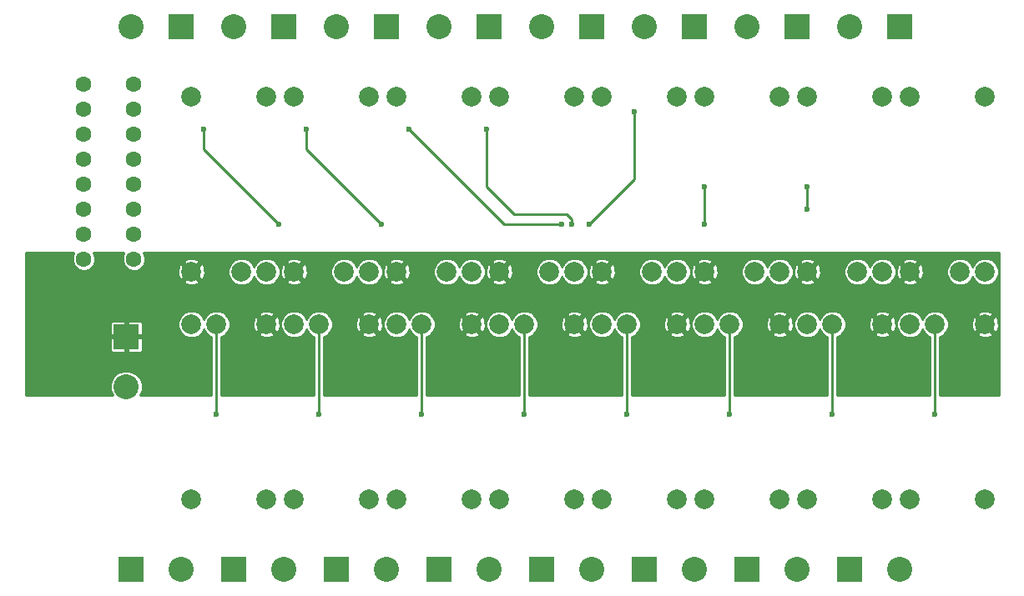
<source format=gbr>
G04 #@! TF.FileFunction,Copper,L1,Top,Signal*
%FSLAX46Y46*%
G04 Gerber Fmt 4.6, Leading zero omitted, Abs format (unit mm)*
G04 Created by KiCad (PCBNEW 4.0.0-stable) date 06.09.2016 12:35:27*
%MOMM*%
G01*
G04 APERTURE LIST*
%ADD10C,0.100000*%
%ADD11C,1.600000*%
%ADD12R,2.540000X2.540000*%
%ADD13C,2.540000*%
%ADD14C,2.000000*%
%ADD15C,0.600000*%
%ADD16C,0.250000*%
G04 APERTURE END LIST*
D10*
D11*
X41910000Y-42672000D03*
X36830000Y-42672000D03*
X41910000Y-45212000D03*
X36830000Y-45212000D03*
X36830000Y-40132000D03*
X41910000Y-40132000D03*
X36830000Y-47752000D03*
X41910000Y-47752000D03*
X36830000Y-50292000D03*
X36830000Y-52832000D03*
X36830000Y-55372000D03*
X36830000Y-57912000D03*
X41910000Y-50292000D03*
X41910000Y-52832000D03*
X41910000Y-55372000D03*
X41910000Y-57912000D03*
D12*
X41148000Y-65786000D03*
D13*
X41148000Y-70866000D03*
D12*
X119634000Y-34290000D03*
D13*
X114554000Y-34290000D03*
D12*
X114554000Y-89408000D03*
D13*
X119634000Y-89408000D03*
D12*
X109220000Y-34290000D03*
D13*
X104140000Y-34290000D03*
D12*
X104140000Y-89408000D03*
D13*
X109220000Y-89408000D03*
D12*
X98806000Y-34290000D03*
D13*
X93726000Y-34290000D03*
D12*
X93726000Y-89408000D03*
D13*
X98806000Y-89408000D03*
D12*
X88392000Y-34290000D03*
D13*
X83312000Y-34290000D03*
D12*
X83312000Y-89408000D03*
D13*
X88392000Y-89408000D03*
D14*
X120650000Y-59182000D03*
X125730000Y-59182000D03*
X128270000Y-59182000D03*
X120650000Y-41402000D03*
X128270000Y-41402000D03*
X128270000Y-64516000D03*
X123190000Y-64516000D03*
X120650000Y-64516000D03*
X128270000Y-82296000D03*
X120650000Y-82296000D03*
X110236000Y-59182000D03*
X115316000Y-59182000D03*
X117856000Y-59182000D03*
X110236000Y-41402000D03*
X117856000Y-41402000D03*
X117856000Y-64516000D03*
X112776000Y-64516000D03*
X110236000Y-64516000D03*
X117856000Y-82296000D03*
X110236000Y-82296000D03*
X99822000Y-59182000D03*
X104902000Y-59182000D03*
X107442000Y-59182000D03*
X99822000Y-41402000D03*
X107442000Y-41402000D03*
X107442000Y-64516000D03*
X102362000Y-64516000D03*
X99822000Y-64516000D03*
X107442000Y-82296000D03*
X99822000Y-82296000D03*
X89408000Y-59182000D03*
X94488000Y-59182000D03*
X97028000Y-59182000D03*
X89408000Y-41402000D03*
X97028000Y-41402000D03*
X97028000Y-64516000D03*
X91948000Y-64516000D03*
X89408000Y-64516000D03*
X97028000Y-82296000D03*
X89408000Y-82296000D03*
D12*
X77978000Y-34290000D03*
D13*
X72898000Y-34290000D03*
D12*
X72898000Y-89408000D03*
D13*
X77978000Y-89408000D03*
D12*
X67564000Y-34290000D03*
D13*
X62484000Y-34290000D03*
D12*
X62484000Y-89408000D03*
D13*
X67564000Y-89408000D03*
D12*
X57150000Y-34290000D03*
D13*
X52070000Y-34290000D03*
D12*
X52070000Y-89408000D03*
D13*
X57150000Y-89408000D03*
D12*
X46736000Y-34290000D03*
D13*
X41656000Y-34290000D03*
D12*
X41656000Y-89408000D03*
D13*
X46736000Y-89408000D03*
D14*
X78994000Y-59182000D03*
X84074000Y-59182000D03*
X86614000Y-59182000D03*
X78994000Y-41402000D03*
X86614000Y-41402000D03*
X86614000Y-64516000D03*
X81534000Y-64516000D03*
X78994000Y-64516000D03*
X86614000Y-82296000D03*
X78994000Y-82296000D03*
X68580000Y-59182000D03*
X73660000Y-59182000D03*
X76200000Y-59182000D03*
X68580000Y-41402000D03*
X76200000Y-41402000D03*
X76200000Y-64516000D03*
X71120000Y-64516000D03*
X68580000Y-64516000D03*
X76200000Y-82296000D03*
X68580000Y-82296000D03*
X58166000Y-59182000D03*
X63246000Y-59182000D03*
X65786000Y-59182000D03*
X58166000Y-41402000D03*
X65786000Y-41402000D03*
X65786000Y-64516000D03*
X60706000Y-64516000D03*
X58166000Y-64516000D03*
X65786000Y-82296000D03*
X58166000Y-82296000D03*
X47752000Y-59182000D03*
X52832000Y-59182000D03*
X55372000Y-59182000D03*
X47752000Y-41402000D03*
X55372000Y-41402000D03*
X55372000Y-64516000D03*
X50292000Y-64516000D03*
X47752000Y-64516000D03*
X55372000Y-82296000D03*
X47752000Y-82296000D03*
D15*
X123190000Y-73660000D03*
X110236000Y-52832000D03*
X110236000Y-50546000D03*
X112776000Y-73660000D03*
X99822000Y-50546000D03*
X99822000Y-54356000D03*
X102362000Y-73660000D03*
X92710000Y-42926000D03*
X88138000Y-54356000D03*
X91948000Y-73660000D03*
X86360000Y-54356000D03*
X77724000Y-44704000D03*
X81534000Y-73660000D03*
X69850000Y-44704000D03*
X85344000Y-54356000D03*
X71120000Y-73660000D03*
X67056000Y-54356000D03*
X59436000Y-44704000D03*
X60706000Y-73660000D03*
X56642000Y-54356000D03*
X49022000Y-44704000D03*
X50292000Y-73660000D03*
D16*
X123190000Y-73660000D02*
X123190000Y-64516000D01*
X110236000Y-50546000D02*
X110236000Y-52832000D01*
X112776000Y-73660000D02*
X112776000Y-64516000D01*
X99822000Y-50546000D02*
X99822000Y-54356000D01*
X102362000Y-73660000D02*
X102362000Y-64516000D01*
X92710000Y-49784000D02*
X92710000Y-42926000D01*
X88138000Y-54356000D02*
X92710000Y-49784000D01*
X91948000Y-73660000D02*
X91948000Y-64516000D01*
X80518000Y-53340000D02*
X77724000Y-50546000D01*
X86360000Y-54356000D02*
X86360000Y-53848000D01*
X86360000Y-53848000D02*
X85852000Y-53340000D01*
X85852000Y-53340000D02*
X80518000Y-53340000D01*
X77724000Y-50546000D02*
X77724000Y-44704000D01*
X81534000Y-73660000D02*
X81534000Y-64516000D01*
X69850000Y-44704000D02*
X79502000Y-54356000D01*
X85344000Y-54356000D02*
X79502000Y-54356000D01*
X71120000Y-73660000D02*
X71120000Y-64516000D01*
X67056000Y-54356000D02*
X59436000Y-46736000D01*
X59436000Y-46736000D02*
X59436000Y-44704000D01*
X60706000Y-73660000D02*
X60706000Y-64516000D01*
X54864000Y-52578000D02*
X49022000Y-46736000D01*
X56642000Y-54356000D02*
X54864000Y-52578000D01*
X49022000Y-46736000D02*
X49022000Y-44704000D01*
X50292000Y-73660000D02*
X50292000Y-64516000D01*
G36*
X35655204Y-57677253D02*
X35654796Y-58144697D01*
X35833302Y-58576715D01*
X36163547Y-58907536D01*
X36595253Y-59086796D01*
X37062697Y-59087204D01*
X37494715Y-58908698D01*
X37825536Y-58578453D01*
X38004796Y-58146747D01*
X38005204Y-57679303D01*
X37838150Y-57275000D01*
X40902234Y-57275000D01*
X40735204Y-57677253D01*
X40734796Y-58144697D01*
X40913302Y-58576715D01*
X41243547Y-58907536D01*
X41675253Y-59086796D01*
X42142697Y-59087204D01*
X42408022Y-58977574D01*
X46365047Y-58977574D01*
X46392392Y-59523899D01*
X46548853Y-59901629D01*
X46742816Y-60014408D01*
X47575223Y-59182000D01*
X47928777Y-59182000D01*
X48761184Y-60014408D01*
X48955147Y-59901629D01*
X49114736Y-59454305D01*
X51456762Y-59454305D01*
X51665652Y-59959857D01*
X52052108Y-60346989D01*
X52557296Y-60556761D01*
X53104305Y-60557238D01*
X53609857Y-60348348D01*
X53996989Y-59961892D01*
X54101999Y-59708999D01*
X54205652Y-59959857D01*
X54592108Y-60346989D01*
X55097296Y-60556761D01*
X55644305Y-60557238D01*
X56149857Y-60348348D01*
X56307295Y-60191184D01*
X57333592Y-60191184D01*
X57446371Y-60385147D01*
X57961574Y-60568953D01*
X58507899Y-60541608D01*
X58885629Y-60385147D01*
X58998408Y-60191184D01*
X58166000Y-59358777D01*
X57333592Y-60191184D01*
X56307295Y-60191184D01*
X56536989Y-59961892D01*
X56746761Y-59456704D01*
X56747178Y-58977574D01*
X56779047Y-58977574D01*
X56806392Y-59523899D01*
X56962853Y-59901629D01*
X57156816Y-60014408D01*
X57989223Y-59182000D01*
X58342777Y-59182000D01*
X59175184Y-60014408D01*
X59369147Y-59901629D01*
X59528736Y-59454305D01*
X61870762Y-59454305D01*
X62079652Y-59959857D01*
X62466108Y-60346989D01*
X62971296Y-60556761D01*
X63518305Y-60557238D01*
X64023857Y-60348348D01*
X64410989Y-59961892D01*
X64515999Y-59708999D01*
X64619652Y-59959857D01*
X65006108Y-60346989D01*
X65511296Y-60556761D01*
X66058305Y-60557238D01*
X66563857Y-60348348D01*
X66721295Y-60191184D01*
X67747592Y-60191184D01*
X67860371Y-60385147D01*
X68375574Y-60568953D01*
X68921899Y-60541608D01*
X69299629Y-60385147D01*
X69412408Y-60191184D01*
X68580000Y-59358777D01*
X67747592Y-60191184D01*
X66721295Y-60191184D01*
X66950989Y-59961892D01*
X67160761Y-59456704D01*
X67161178Y-58977574D01*
X67193047Y-58977574D01*
X67220392Y-59523899D01*
X67376853Y-59901629D01*
X67570816Y-60014408D01*
X68403223Y-59182000D01*
X68756777Y-59182000D01*
X69589184Y-60014408D01*
X69783147Y-59901629D01*
X69942736Y-59454305D01*
X72284762Y-59454305D01*
X72493652Y-59959857D01*
X72880108Y-60346989D01*
X73385296Y-60556761D01*
X73932305Y-60557238D01*
X74437857Y-60348348D01*
X74824989Y-59961892D01*
X74929999Y-59708999D01*
X75033652Y-59959857D01*
X75420108Y-60346989D01*
X75925296Y-60556761D01*
X76472305Y-60557238D01*
X76977857Y-60348348D01*
X77135295Y-60191184D01*
X78161592Y-60191184D01*
X78274371Y-60385147D01*
X78789574Y-60568953D01*
X79335899Y-60541608D01*
X79713629Y-60385147D01*
X79826408Y-60191184D01*
X78994000Y-59358777D01*
X78161592Y-60191184D01*
X77135295Y-60191184D01*
X77364989Y-59961892D01*
X77574761Y-59456704D01*
X77575178Y-58977574D01*
X77607047Y-58977574D01*
X77634392Y-59523899D01*
X77790853Y-59901629D01*
X77984816Y-60014408D01*
X78817223Y-59182000D01*
X79170777Y-59182000D01*
X80003184Y-60014408D01*
X80197147Y-59901629D01*
X80356736Y-59454305D01*
X82698762Y-59454305D01*
X82907652Y-59959857D01*
X83294108Y-60346989D01*
X83799296Y-60556761D01*
X84346305Y-60557238D01*
X84851857Y-60348348D01*
X85238989Y-59961892D01*
X85343999Y-59708999D01*
X85447652Y-59959857D01*
X85834108Y-60346989D01*
X86339296Y-60556761D01*
X86886305Y-60557238D01*
X87391857Y-60348348D01*
X87549295Y-60191184D01*
X88575592Y-60191184D01*
X88688371Y-60385147D01*
X89203574Y-60568953D01*
X89749899Y-60541608D01*
X90127629Y-60385147D01*
X90240408Y-60191184D01*
X89408000Y-59358777D01*
X88575592Y-60191184D01*
X87549295Y-60191184D01*
X87778989Y-59961892D01*
X87988761Y-59456704D01*
X87989178Y-58977574D01*
X88021047Y-58977574D01*
X88048392Y-59523899D01*
X88204853Y-59901629D01*
X88398816Y-60014408D01*
X89231223Y-59182000D01*
X89584777Y-59182000D01*
X90417184Y-60014408D01*
X90611147Y-59901629D01*
X90770736Y-59454305D01*
X93112762Y-59454305D01*
X93321652Y-59959857D01*
X93708108Y-60346989D01*
X94213296Y-60556761D01*
X94760305Y-60557238D01*
X95265857Y-60348348D01*
X95652989Y-59961892D01*
X95757999Y-59708999D01*
X95861652Y-59959857D01*
X96248108Y-60346989D01*
X96753296Y-60556761D01*
X97300305Y-60557238D01*
X97805857Y-60348348D01*
X97963295Y-60191184D01*
X98989592Y-60191184D01*
X99102371Y-60385147D01*
X99617574Y-60568953D01*
X100163899Y-60541608D01*
X100541629Y-60385147D01*
X100654408Y-60191184D01*
X99822000Y-59358777D01*
X98989592Y-60191184D01*
X97963295Y-60191184D01*
X98192989Y-59961892D01*
X98402761Y-59456704D01*
X98403178Y-58977574D01*
X98435047Y-58977574D01*
X98462392Y-59523899D01*
X98618853Y-59901629D01*
X98812816Y-60014408D01*
X99645223Y-59182000D01*
X99998777Y-59182000D01*
X100831184Y-60014408D01*
X101025147Y-59901629D01*
X101184736Y-59454305D01*
X103526762Y-59454305D01*
X103735652Y-59959857D01*
X104122108Y-60346989D01*
X104627296Y-60556761D01*
X105174305Y-60557238D01*
X105679857Y-60348348D01*
X106066989Y-59961892D01*
X106171999Y-59708999D01*
X106275652Y-59959857D01*
X106662108Y-60346989D01*
X107167296Y-60556761D01*
X107714305Y-60557238D01*
X108219857Y-60348348D01*
X108377295Y-60191184D01*
X109403592Y-60191184D01*
X109516371Y-60385147D01*
X110031574Y-60568953D01*
X110577899Y-60541608D01*
X110955629Y-60385147D01*
X111068408Y-60191184D01*
X110236000Y-59358777D01*
X109403592Y-60191184D01*
X108377295Y-60191184D01*
X108606989Y-59961892D01*
X108816761Y-59456704D01*
X108817178Y-58977574D01*
X108849047Y-58977574D01*
X108876392Y-59523899D01*
X109032853Y-59901629D01*
X109226816Y-60014408D01*
X110059223Y-59182000D01*
X110412777Y-59182000D01*
X111245184Y-60014408D01*
X111439147Y-59901629D01*
X111598736Y-59454305D01*
X113940762Y-59454305D01*
X114149652Y-59959857D01*
X114536108Y-60346989D01*
X115041296Y-60556761D01*
X115588305Y-60557238D01*
X116093857Y-60348348D01*
X116480989Y-59961892D01*
X116585999Y-59708999D01*
X116689652Y-59959857D01*
X117076108Y-60346989D01*
X117581296Y-60556761D01*
X118128305Y-60557238D01*
X118633857Y-60348348D01*
X118791295Y-60191184D01*
X119817592Y-60191184D01*
X119930371Y-60385147D01*
X120445574Y-60568953D01*
X120991899Y-60541608D01*
X121369629Y-60385147D01*
X121482408Y-60191184D01*
X120650000Y-59358777D01*
X119817592Y-60191184D01*
X118791295Y-60191184D01*
X119020989Y-59961892D01*
X119230761Y-59456704D01*
X119231178Y-58977574D01*
X119263047Y-58977574D01*
X119290392Y-59523899D01*
X119446853Y-59901629D01*
X119640816Y-60014408D01*
X120473223Y-59182000D01*
X120826777Y-59182000D01*
X121659184Y-60014408D01*
X121853147Y-59901629D01*
X122012736Y-59454305D01*
X124354762Y-59454305D01*
X124563652Y-59959857D01*
X124950108Y-60346989D01*
X125455296Y-60556761D01*
X126002305Y-60557238D01*
X126507857Y-60348348D01*
X126894989Y-59961892D01*
X126999999Y-59708999D01*
X127103652Y-59959857D01*
X127490108Y-60346989D01*
X127995296Y-60556761D01*
X128542305Y-60557238D01*
X129047857Y-60348348D01*
X129434989Y-59961892D01*
X129644761Y-59456704D01*
X129645238Y-58909695D01*
X129436348Y-58404143D01*
X129049892Y-58017011D01*
X128544704Y-57807239D01*
X127997695Y-57806762D01*
X127492143Y-58015652D01*
X127105011Y-58402108D01*
X127000001Y-58655001D01*
X126896348Y-58404143D01*
X126509892Y-58017011D01*
X126004704Y-57807239D01*
X125457695Y-57806762D01*
X124952143Y-58015652D01*
X124565011Y-58402108D01*
X124355239Y-58907296D01*
X124354762Y-59454305D01*
X122012736Y-59454305D01*
X122036953Y-59386426D01*
X122009608Y-58840101D01*
X121853147Y-58462371D01*
X121659184Y-58349592D01*
X120826777Y-59182000D01*
X120473223Y-59182000D01*
X119640816Y-58349592D01*
X119446853Y-58462371D01*
X119263047Y-58977574D01*
X119231178Y-58977574D01*
X119231238Y-58909695D01*
X119022348Y-58404143D01*
X118791425Y-58172816D01*
X119817592Y-58172816D01*
X120650000Y-59005223D01*
X121482408Y-58172816D01*
X121369629Y-57978853D01*
X120854426Y-57795047D01*
X120308101Y-57822392D01*
X119930371Y-57978853D01*
X119817592Y-58172816D01*
X118791425Y-58172816D01*
X118635892Y-58017011D01*
X118130704Y-57807239D01*
X117583695Y-57806762D01*
X117078143Y-58015652D01*
X116691011Y-58402108D01*
X116586001Y-58655001D01*
X116482348Y-58404143D01*
X116095892Y-58017011D01*
X115590704Y-57807239D01*
X115043695Y-57806762D01*
X114538143Y-58015652D01*
X114151011Y-58402108D01*
X113941239Y-58907296D01*
X113940762Y-59454305D01*
X111598736Y-59454305D01*
X111622953Y-59386426D01*
X111595608Y-58840101D01*
X111439147Y-58462371D01*
X111245184Y-58349592D01*
X110412777Y-59182000D01*
X110059223Y-59182000D01*
X109226816Y-58349592D01*
X109032853Y-58462371D01*
X108849047Y-58977574D01*
X108817178Y-58977574D01*
X108817238Y-58909695D01*
X108608348Y-58404143D01*
X108377425Y-58172816D01*
X109403592Y-58172816D01*
X110236000Y-59005223D01*
X111068408Y-58172816D01*
X110955629Y-57978853D01*
X110440426Y-57795047D01*
X109894101Y-57822392D01*
X109516371Y-57978853D01*
X109403592Y-58172816D01*
X108377425Y-58172816D01*
X108221892Y-58017011D01*
X107716704Y-57807239D01*
X107169695Y-57806762D01*
X106664143Y-58015652D01*
X106277011Y-58402108D01*
X106172001Y-58655001D01*
X106068348Y-58404143D01*
X105681892Y-58017011D01*
X105176704Y-57807239D01*
X104629695Y-57806762D01*
X104124143Y-58015652D01*
X103737011Y-58402108D01*
X103527239Y-58907296D01*
X103526762Y-59454305D01*
X101184736Y-59454305D01*
X101208953Y-59386426D01*
X101181608Y-58840101D01*
X101025147Y-58462371D01*
X100831184Y-58349592D01*
X99998777Y-59182000D01*
X99645223Y-59182000D01*
X98812816Y-58349592D01*
X98618853Y-58462371D01*
X98435047Y-58977574D01*
X98403178Y-58977574D01*
X98403238Y-58909695D01*
X98194348Y-58404143D01*
X97963425Y-58172816D01*
X98989592Y-58172816D01*
X99822000Y-59005223D01*
X100654408Y-58172816D01*
X100541629Y-57978853D01*
X100026426Y-57795047D01*
X99480101Y-57822392D01*
X99102371Y-57978853D01*
X98989592Y-58172816D01*
X97963425Y-58172816D01*
X97807892Y-58017011D01*
X97302704Y-57807239D01*
X96755695Y-57806762D01*
X96250143Y-58015652D01*
X95863011Y-58402108D01*
X95758001Y-58655001D01*
X95654348Y-58404143D01*
X95267892Y-58017011D01*
X94762704Y-57807239D01*
X94215695Y-57806762D01*
X93710143Y-58015652D01*
X93323011Y-58402108D01*
X93113239Y-58907296D01*
X93112762Y-59454305D01*
X90770736Y-59454305D01*
X90794953Y-59386426D01*
X90767608Y-58840101D01*
X90611147Y-58462371D01*
X90417184Y-58349592D01*
X89584777Y-59182000D01*
X89231223Y-59182000D01*
X88398816Y-58349592D01*
X88204853Y-58462371D01*
X88021047Y-58977574D01*
X87989178Y-58977574D01*
X87989238Y-58909695D01*
X87780348Y-58404143D01*
X87549425Y-58172816D01*
X88575592Y-58172816D01*
X89408000Y-59005223D01*
X90240408Y-58172816D01*
X90127629Y-57978853D01*
X89612426Y-57795047D01*
X89066101Y-57822392D01*
X88688371Y-57978853D01*
X88575592Y-58172816D01*
X87549425Y-58172816D01*
X87393892Y-58017011D01*
X86888704Y-57807239D01*
X86341695Y-57806762D01*
X85836143Y-58015652D01*
X85449011Y-58402108D01*
X85344001Y-58655001D01*
X85240348Y-58404143D01*
X84853892Y-58017011D01*
X84348704Y-57807239D01*
X83801695Y-57806762D01*
X83296143Y-58015652D01*
X82909011Y-58402108D01*
X82699239Y-58907296D01*
X82698762Y-59454305D01*
X80356736Y-59454305D01*
X80380953Y-59386426D01*
X80353608Y-58840101D01*
X80197147Y-58462371D01*
X80003184Y-58349592D01*
X79170777Y-59182000D01*
X78817223Y-59182000D01*
X77984816Y-58349592D01*
X77790853Y-58462371D01*
X77607047Y-58977574D01*
X77575178Y-58977574D01*
X77575238Y-58909695D01*
X77366348Y-58404143D01*
X77135425Y-58172816D01*
X78161592Y-58172816D01*
X78994000Y-59005223D01*
X79826408Y-58172816D01*
X79713629Y-57978853D01*
X79198426Y-57795047D01*
X78652101Y-57822392D01*
X78274371Y-57978853D01*
X78161592Y-58172816D01*
X77135425Y-58172816D01*
X76979892Y-58017011D01*
X76474704Y-57807239D01*
X75927695Y-57806762D01*
X75422143Y-58015652D01*
X75035011Y-58402108D01*
X74930001Y-58655001D01*
X74826348Y-58404143D01*
X74439892Y-58017011D01*
X73934704Y-57807239D01*
X73387695Y-57806762D01*
X72882143Y-58015652D01*
X72495011Y-58402108D01*
X72285239Y-58907296D01*
X72284762Y-59454305D01*
X69942736Y-59454305D01*
X69966953Y-59386426D01*
X69939608Y-58840101D01*
X69783147Y-58462371D01*
X69589184Y-58349592D01*
X68756777Y-59182000D01*
X68403223Y-59182000D01*
X67570816Y-58349592D01*
X67376853Y-58462371D01*
X67193047Y-58977574D01*
X67161178Y-58977574D01*
X67161238Y-58909695D01*
X66952348Y-58404143D01*
X66721425Y-58172816D01*
X67747592Y-58172816D01*
X68580000Y-59005223D01*
X69412408Y-58172816D01*
X69299629Y-57978853D01*
X68784426Y-57795047D01*
X68238101Y-57822392D01*
X67860371Y-57978853D01*
X67747592Y-58172816D01*
X66721425Y-58172816D01*
X66565892Y-58017011D01*
X66060704Y-57807239D01*
X65513695Y-57806762D01*
X65008143Y-58015652D01*
X64621011Y-58402108D01*
X64516001Y-58655001D01*
X64412348Y-58404143D01*
X64025892Y-58017011D01*
X63520704Y-57807239D01*
X62973695Y-57806762D01*
X62468143Y-58015652D01*
X62081011Y-58402108D01*
X61871239Y-58907296D01*
X61870762Y-59454305D01*
X59528736Y-59454305D01*
X59552953Y-59386426D01*
X59525608Y-58840101D01*
X59369147Y-58462371D01*
X59175184Y-58349592D01*
X58342777Y-59182000D01*
X57989223Y-59182000D01*
X57156816Y-58349592D01*
X56962853Y-58462371D01*
X56779047Y-58977574D01*
X56747178Y-58977574D01*
X56747238Y-58909695D01*
X56538348Y-58404143D01*
X56307425Y-58172816D01*
X57333592Y-58172816D01*
X58166000Y-59005223D01*
X58998408Y-58172816D01*
X58885629Y-57978853D01*
X58370426Y-57795047D01*
X57824101Y-57822392D01*
X57446371Y-57978853D01*
X57333592Y-58172816D01*
X56307425Y-58172816D01*
X56151892Y-58017011D01*
X55646704Y-57807239D01*
X55099695Y-57806762D01*
X54594143Y-58015652D01*
X54207011Y-58402108D01*
X54102001Y-58655001D01*
X53998348Y-58404143D01*
X53611892Y-58017011D01*
X53106704Y-57807239D01*
X52559695Y-57806762D01*
X52054143Y-58015652D01*
X51667011Y-58402108D01*
X51457239Y-58907296D01*
X51456762Y-59454305D01*
X49114736Y-59454305D01*
X49138953Y-59386426D01*
X49111608Y-58840101D01*
X48955147Y-58462371D01*
X48761184Y-58349592D01*
X47928777Y-59182000D01*
X47575223Y-59182000D01*
X46742816Y-58349592D01*
X46548853Y-58462371D01*
X46365047Y-58977574D01*
X42408022Y-58977574D01*
X42574715Y-58908698D01*
X42905536Y-58578453D01*
X43073971Y-58172816D01*
X46919592Y-58172816D01*
X47752000Y-59005223D01*
X48584408Y-58172816D01*
X48471629Y-57978853D01*
X47956426Y-57795047D01*
X47410101Y-57822392D01*
X47032371Y-57978853D01*
X46919592Y-58172816D01*
X43073971Y-58172816D01*
X43084796Y-58146747D01*
X43085204Y-57679303D01*
X42918150Y-57275000D01*
X129669000Y-57275000D01*
X129669000Y-71757000D01*
X123690000Y-71757000D01*
X123690000Y-65797156D01*
X123967857Y-65682348D01*
X124125295Y-65525184D01*
X127437592Y-65525184D01*
X127550371Y-65719147D01*
X128065574Y-65902953D01*
X128611899Y-65875608D01*
X128989629Y-65719147D01*
X129102408Y-65525184D01*
X128270000Y-64692777D01*
X127437592Y-65525184D01*
X124125295Y-65525184D01*
X124354989Y-65295892D01*
X124564761Y-64790704D01*
X124565178Y-64311574D01*
X126883047Y-64311574D01*
X126910392Y-64857899D01*
X127066853Y-65235629D01*
X127260816Y-65348408D01*
X128093223Y-64516000D01*
X128446777Y-64516000D01*
X129279184Y-65348408D01*
X129473147Y-65235629D01*
X129656953Y-64720426D01*
X129629608Y-64174101D01*
X129473147Y-63796371D01*
X129279184Y-63683592D01*
X128446777Y-64516000D01*
X128093223Y-64516000D01*
X127260816Y-63683592D01*
X127066853Y-63796371D01*
X126883047Y-64311574D01*
X124565178Y-64311574D01*
X124565238Y-64243695D01*
X124356348Y-63738143D01*
X124125425Y-63506816D01*
X127437592Y-63506816D01*
X128270000Y-64339223D01*
X129102408Y-63506816D01*
X128989629Y-63312853D01*
X128474426Y-63129047D01*
X127928101Y-63156392D01*
X127550371Y-63312853D01*
X127437592Y-63506816D01*
X124125425Y-63506816D01*
X123969892Y-63351011D01*
X123464704Y-63141239D01*
X122917695Y-63140762D01*
X122412143Y-63349652D01*
X122025011Y-63736108D01*
X121920001Y-63989001D01*
X121816348Y-63738143D01*
X121429892Y-63351011D01*
X120924704Y-63141239D01*
X120377695Y-63140762D01*
X119872143Y-63349652D01*
X119485011Y-63736108D01*
X119275239Y-64241296D01*
X119274762Y-64788305D01*
X119483652Y-65293857D01*
X119870108Y-65680989D01*
X120375296Y-65890761D01*
X120922305Y-65891238D01*
X121427857Y-65682348D01*
X121814989Y-65295892D01*
X121919999Y-65042999D01*
X122023652Y-65293857D01*
X122410108Y-65680989D01*
X122690000Y-65797210D01*
X122690000Y-71757000D01*
X113276000Y-71757000D01*
X113276000Y-65797156D01*
X113553857Y-65682348D01*
X113711295Y-65525184D01*
X117023592Y-65525184D01*
X117136371Y-65719147D01*
X117651574Y-65902953D01*
X118197899Y-65875608D01*
X118575629Y-65719147D01*
X118688408Y-65525184D01*
X117856000Y-64692777D01*
X117023592Y-65525184D01*
X113711295Y-65525184D01*
X113940989Y-65295892D01*
X114150761Y-64790704D01*
X114151178Y-64311574D01*
X116469047Y-64311574D01*
X116496392Y-64857899D01*
X116652853Y-65235629D01*
X116846816Y-65348408D01*
X117679223Y-64516000D01*
X118032777Y-64516000D01*
X118865184Y-65348408D01*
X119059147Y-65235629D01*
X119242953Y-64720426D01*
X119215608Y-64174101D01*
X119059147Y-63796371D01*
X118865184Y-63683592D01*
X118032777Y-64516000D01*
X117679223Y-64516000D01*
X116846816Y-63683592D01*
X116652853Y-63796371D01*
X116469047Y-64311574D01*
X114151178Y-64311574D01*
X114151238Y-64243695D01*
X113942348Y-63738143D01*
X113711425Y-63506816D01*
X117023592Y-63506816D01*
X117856000Y-64339223D01*
X118688408Y-63506816D01*
X118575629Y-63312853D01*
X118060426Y-63129047D01*
X117514101Y-63156392D01*
X117136371Y-63312853D01*
X117023592Y-63506816D01*
X113711425Y-63506816D01*
X113555892Y-63351011D01*
X113050704Y-63141239D01*
X112503695Y-63140762D01*
X111998143Y-63349652D01*
X111611011Y-63736108D01*
X111506001Y-63989001D01*
X111402348Y-63738143D01*
X111015892Y-63351011D01*
X110510704Y-63141239D01*
X109963695Y-63140762D01*
X109458143Y-63349652D01*
X109071011Y-63736108D01*
X108861239Y-64241296D01*
X108860762Y-64788305D01*
X109069652Y-65293857D01*
X109456108Y-65680989D01*
X109961296Y-65890761D01*
X110508305Y-65891238D01*
X111013857Y-65682348D01*
X111400989Y-65295892D01*
X111505999Y-65042999D01*
X111609652Y-65293857D01*
X111996108Y-65680989D01*
X112276000Y-65797210D01*
X112276000Y-71757000D01*
X102862000Y-71757000D01*
X102862000Y-65797156D01*
X103139857Y-65682348D01*
X103297295Y-65525184D01*
X106609592Y-65525184D01*
X106722371Y-65719147D01*
X107237574Y-65902953D01*
X107783899Y-65875608D01*
X108161629Y-65719147D01*
X108274408Y-65525184D01*
X107442000Y-64692777D01*
X106609592Y-65525184D01*
X103297295Y-65525184D01*
X103526989Y-65295892D01*
X103736761Y-64790704D01*
X103737178Y-64311574D01*
X106055047Y-64311574D01*
X106082392Y-64857899D01*
X106238853Y-65235629D01*
X106432816Y-65348408D01*
X107265223Y-64516000D01*
X107618777Y-64516000D01*
X108451184Y-65348408D01*
X108645147Y-65235629D01*
X108828953Y-64720426D01*
X108801608Y-64174101D01*
X108645147Y-63796371D01*
X108451184Y-63683592D01*
X107618777Y-64516000D01*
X107265223Y-64516000D01*
X106432816Y-63683592D01*
X106238853Y-63796371D01*
X106055047Y-64311574D01*
X103737178Y-64311574D01*
X103737238Y-64243695D01*
X103528348Y-63738143D01*
X103297425Y-63506816D01*
X106609592Y-63506816D01*
X107442000Y-64339223D01*
X108274408Y-63506816D01*
X108161629Y-63312853D01*
X107646426Y-63129047D01*
X107100101Y-63156392D01*
X106722371Y-63312853D01*
X106609592Y-63506816D01*
X103297425Y-63506816D01*
X103141892Y-63351011D01*
X102636704Y-63141239D01*
X102089695Y-63140762D01*
X101584143Y-63349652D01*
X101197011Y-63736108D01*
X101092001Y-63989001D01*
X100988348Y-63738143D01*
X100601892Y-63351011D01*
X100096704Y-63141239D01*
X99549695Y-63140762D01*
X99044143Y-63349652D01*
X98657011Y-63736108D01*
X98447239Y-64241296D01*
X98446762Y-64788305D01*
X98655652Y-65293857D01*
X99042108Y-65680989D01*
X99547296Y-65890761D01*
X100094305Y-65891238D01*
X100599857Y-65682348D01*
X100986989Y-65295892D01*
X101091999Y-65042999D01*
X101195652Y-65293857D01*
X101582108Y-65680989D01*
X101862000Y-65797210D01*
X101862000Y-71757000D01*
X92448000Y-71757000D01*
X92448000Y-65797156D01*
X92725857Y-65682348D01*
X92883295Y-65525184D01*
X96195592Y-65525184D01*
X96308371Y-65719147D01*
X96823574Y-65902953D01*
X97369899Y-65875608D01*
X97747629Y-65719147D01*
X97860408Y-65525184D01*
X97028000Y-64692777D01*
X96195592Y-65525184D01*
X92883295Y-65525184D01*
X93112989Y-65295892D01*
X93322761Y-64790704D01*
X93323178Y-64311574D01*
X95641047Y-64311574D01*
X95668392Y-64857899D01*
X95824853Y-65235629D01*
X96018816Y-65348408D01*
X96851223Y-64516000D01*
X97204777Y-64516000D01*
X98037184Y-65348408D01*
X98231147Y-65235629D01*
X98414953Y-64720426D01*
X98387608Y-64174101D01*
X98231147Y-63796371D01*
X98037184Y-63683592D01*
X97204777Y-64516000D01*
X96851223Y-64516000D01*
X96018816Y-63683592D01*
X95824853Y-63796371D01*
X95641047Y-64311574D01*
X93323178Y-64311574D01*
X93323238Y-64243695D01*
X93114348Y-63738143D01*
X92883425Y-63506816D01*
X96195592Y-63506816D01*
X97028000Y-64339223D01*
X97860408Y-63506816D01*
X97747629Y-63312853D01*
X97232426Y-63129047D01*
X96686101Y-63156392D01*
X96308371Y-63312853D01*
X96195592Y-63506816D01*
X92883425Y-63506816D01*
X92727892Y-63351011D01*
X92222704Y-63141239D01*
X91675695Y-63140762D01*
X91170143Y-63349652D01*
X90783011Y-63736108D01*
X90678001Y-63989001D01*
X90574348Y-63738143D01*
X90187892Y-63351011D01*
X89682704Y-63141239D01*
X89135695Y-63140762D01*
X88630143Y-63349652D01*
X88243011Y-63736108D01*
X88033239Y-64241296D01*
X88032762Y-64788305D01*
X88241652Y-65293857D01*
X88628108Y-65680989D01*
X89133296Y-65890761D01*
X89680305Y-65891238D01*
X90185857Y-65682348D01*
X90572989Y-65295892D01*
X90677999Y-65042999D01*
X90781652Y-65293857D01*
X91168108Y-65680989D01*
X91448000Y-65797210D01*
X91448000Y-71757000D01*
X82034000Y-71757000D01*
X82034000Y-65797156D01*
X82311857Y-65682348D01*
X82469295Y-65525184D01*
X85781592Y-65525184D01*
X85894371Y-65719147D01*
X86409574Y-65902953D01*
X86955899Y-65875608D01*
X87333629Y-65719147D01*
X87446408Y-65525184D01*
X86614000Y-64692777D01*
X85781592Y-65525184D01*
X82469295Y-65525184D01*
X82698989Y-65295892D01*
X82908761Y-64790704D01*
X82909178Y-64311574D01*
X85227047Y-64311574D01*
X85254392Y-64857899D01*
X85410853Y-65235629D01*
X85604816Y-65348408D01*
X86437223Y-64516000D01*
X86790777Y-64516000D01*
X87623184Y-65348408D01*
X87817147Y-65235629D01*
X88000953Y-64720426D01*
X87973608Y-64174101D01*
X87817147Y-63796371D01*
X87623184Y-63683592D01*
X86790777Y-64516000D01*
X86437223Y-64516000D01*
X85604816Y-63683592D01*
X85410853Y-63796371D01*
X85227047Y-64311574D01*
X82909178Y-64311574D01*
X82909238Y-64243695D01*
X82700348Y-63738143D01*
X82469425Y-63506816D01*
X85781592Y-63506816D01*
X86614000Y-64339223D01*
X87446408Y-63506816D01*
X87333629Y-63312853D01*
X86818426Y-63129047D01*
X86272101Y-63156392D01*
X85894371Y-63312853D01*
X85781592Y-63506816D01*
X82469425Y-63506816D01*
X82313892Y-63351011D01*
X81808704Y-63141239D01*
X81261695Y-63140762D01*
X80756143Y-63349652D01*
X80369011Y-63736108D01*
X80264001Y-63989001D01*
X80160348Y-63738143D01*
X79773892Y-63351011D01*
X79268704Y-63141239D01*
X78721695Y-63140762D01*
X78216143Y-63349652D01*
X77829011Y-63736108D01*
X77619239Y-64241296D01*
X77618762Y-64788305D01*
X77827652Y-65293857D01*
X78214108Y-65680989D01*
X78719296Y-65890761D01*
X79266305Y-65891238D01*
X79771857Y-65682348D01*
X80158989Y-65295892D01*
X80263999Y-65042999D01*
X80367652Y-65293857D01*
X80754108Y-65680989D01*
X81034000Y-65797210D01*
X81034000Y-71757000D01*
X71620000Y-71757000D01*
X71620000Y-65797156D01*
X71897857Y-65682348D01*
X72055295Y-65525184D01*
X75367592Y-65525184D01*
X75480371Y-65719147D01*
X75995574Y-65902953D01*
X76541899Y-65875608D01*
X76919629Y-65719147D01*
X77032408Y-65525184D01*
X76200000Y-64692777D01*
X75367592Y-65525184D01*
X72055295Y-65525184D01*
X72284989Y-65295892D01*
X72494761Y-64790704D01*
X72495178Y-64311574D01*
X74813047Y-64311574D01*
X74840392Y-64857899D01*
X74996853Y-65235629D01*
X75190816Y-65348408D01*
X76023223Y-64516000D01*
X76376777Y-64516000D01*
X77209184Y-65348408D01*
X77403147Y-65235629D01*
X77586953Y-64720426D01*
X77559608Y-64174101D01*
X77403147Y-63796371D01*
X77209184Y-63683592D01*
X76376777Y-64516000D01*
X76023223Y-64516000D01*
X75190816Y-63683592D01*
X74996853Y-63796371D01*
X74813047Y-64311574D01*
X72495178Y-64311574D01*
X72495238Y-64243695D01*
X72286348Y-63738143D01*
X72055425Y-63506816D01*
X75367592Y-63506816D01*
X76200000Y-64339223D01*
X77032408Y-63506816D01*
X76919629Y-63312853D01*
X76404426Y-63129047D01*
X75858101Y-63156392D01*
X75480371Y-63312853D01*
X75367592Y-63506816D01*
X72055425Y-63506816D01*
X71899892Y-63351011D01*
X71394704Y-63141239D01*
X70847695Y-63140762D01*
X70342143Y-63349652D01*
X69955011Y-63736108D01*
X69850001Y-63989001D01*
X69746348Y-63738143D01*
X69359892Y-63351011D01*
X68854704Y-63141239D01*
X68307695Y-63140762D01*
X67802143Y-63349652D01*
X67415011Y-63736108D01*
X67205239Y-64241296D01*
X67204762Y-64788305D01*
X67413652Y-65293857D01*
X67800108Y-65680989D01*
X68305296Y-65890761D01*
X68852305Y-65891238D01*
X69357857Y-65682348D01*
X69744989Y-65295892D01*
X69849999Y-65042999D01*
X69953652Y-65293857D01*
X70340108Y-65680989D01*
X70620000Y-65797210D01*
X70620000Y-71757000D01*
X61206000Y-71757000D01*
X61206000Y-65797156D01*
X61483857Y-65682348D01*
X61641295Y-65525184D01*
X64953592Y-65525184D01*
X65066371Y-65719147D01*
X65581574Y-65902953D01*
X66127899Y-65875608D01*
X66505629Y-65719147D01*
X66618408Y-65525184D01*
X65786000Y-64692777D01*
X64953592Y-65525184D01*
X61641295Y-65525184D01*
X61870989Y-65295892D01*
X62080761Y-64790704D01*
X62081178Y-64311574D01*
X64399047Y-64311574D01*
X64426392Y-64857899D01*
X64582853Y-65235629D01*
X64776816Y-65348408D01*
X65609223Y-64516000D01*
X65962777Y-64516000D01*
X66795184Y-65348408D01*
X66989147Y-65235629D01*
X67172953Y-64720426D01*
X67145608Y-64174101D01*
X66989147Y-63796371D01*
X66795184Y-63683592D01*
X65962777Y-64516000D01*
X65609223Y-64516000D01*
X64776816Y-63683592D01*
X64582853Y-63796371D01*
X64399047Y-64311574D01*
X62081178Y-64311574D01*
X62081238Y-64243695D01*
X61872348Y-63738143D01*
X61641425Y-63506816D01*
X64953592Y-63506816D01*
X65786000Y-64339223D01*
X66618408Y-63506816D01*
X66505629Y-63312853D01*
X65990426Y-63129047D01*
X65444101Y-63156392D01*
X65066371Y-63312853D01*
X64953592Y-63506816D01*
X61641425Y-63506816D01*
X61485892Y-63351011D01*
X60980704Y-63141239D01*
X60433695Y-63140762D01*
X59928143Y-63349652D01*
X59541011Y-63736108D01*
X59436001Y-63989001D01*
X59332348Y-63738143D01*
X58945892Y-63351011D01*
X58440704Y-63141239D01*
X57893695Y-63140762D01*
X57388143Y-63349652D01*
X57001011Y-63736108D01*
X56791239Y-64241296D01*
X56790762Y-64788305D01*
X56999652Y-65293857D01*
X57386108Y-65680989D01*
X57891296Y-65890761D01*
X58438305Y-65891238D01*
X58943857Y-65682348D01*
X59330989Y-65295892D01*
X59435999Y-65042999D01*
X59539652Y-65293857D01*
X59926108Y-65680989D01*
X60206000Y-65797210D01*
X60206000Y-71757000D01*
X50792000Y-71757000D01*
X50792000Y-65797156D01*
X51069857Y-65682348D01*
X51227295Y-65525184D01*
X54539592Y-65525184D01*
X54652371Y-65719147D01*
X55167574Y-65902953D01*
X55713899Y-65875608D01*
X56091629Y-65719147D01*
X56204408Y-65525184D01*
X55372000Y-64692777D01*
X54539592Y-65525184D01*
X51227295Y-65525184D01*
X51456989Y-65295892D01*
X51666761Y-64790704D01*
X51667178Y-64311574D01*
X53985047Y-64311574D01*
X54012392Y-64857899D01*
X54168853Y-65235629D01*
X54362816Y-65348408D01*
X55195223Y-64516000D01*
X55548777Y-64516000D01*
X56381184Y-65348408D01*
X56575147Y-65235629D01*
X56758953Y-64720426D01*
X56731608Y-64174101D01*
X56575147Y-63796371D01*
X56381184Y-63683592D01*
X55548777Y-64516000D01*
X55195223Y-64516000D01*
X54362816Y-63683592D01*
X54168853Y-63796371D01*
X53985047Y-64311574D01*
X51667178Y-64311574D01*
X51667238Y-64243695D01*
X51458348Y-63738143D01*
X51227425Y-63506816D01*
X54539592Y-63506816D01*
X55372000Y-64339223D01*
X56204408Y-63506816D01*
X56091629Y-63312853D01*
X55576426Y-63129047D01*
X55030101Y-63156392D01*
X54652371Y-63312853D01*
X54539592Y-63506816D01*
X51227425Y-63506816D01*
X51071892Y-63351011D01*
X50566704Y-63141239D01*
X50019695Y-63140762D01*
X49514143Y-63349652D01*
X49127011Y-63736108D01*
X49022001Y-63989001D01*
X48918348Y-63738143D01*
X48531892Y-63351011D01*
X48026704Y-63141239D01*
X47479695Y-63140762D01*
X46974143Y-63349652D01*
X46587011Y-63736108D01*
X46377239Y-64241296D01*
X46376762Y-64788305D01*
X46585652Y-65293857D01*
X46972108Y-65680989D01*
X47477296Y-65890761D01*
X48024305Y-65891238D01*
X48529857Y-65682348D01*
X48916989Y-65295892D01*
X49021999Y-65042999D01*
X49125652Y-65293857D01*
X49512108Y-65680989D01*
X49792000Y-65797210D01*
X49792000Y-71757000D01*
X42559204Y-71757000D01*
X42792713Y-71194646D01*
X42793284Y-70540225D01*
X42543376Y-69935400D01*
X42081034Y-69472250D01*
X41476646Y-69221287D01*
X40822225Y-69220716D01*
X40217400Y-69470624D01*
X39754250Y-69932966D01*
X39503287Y-70537354D01*
X39502716Y-71191775D01*
X39736262Y-71757000D01*
X30930000Y-71757000D01*
X30930000Y-66004750D01*
X39503000Y-66004750D01*
X39503000Y-67130592D01*
X39560090Y-67268420D01*
X39665579Y-67373910D01*
X39803408Y-67431000D01*
X40929250Y-67431000D01*
X41023000Y-67337250D01*
X41023000Y-65911000D01*
X41273000Y-65911000D01*
X41273000Y-67337250D01*
X41366750Y-67431000D01*
X42492592Y-67431000D01*
X42630421Y-67373910D01*
X42735910Y-67268420D01*
X42793000Y-67130592D01*
X42793000Y-66004750D01*
X42699250Y-65911000D01*
X41273000Y-65911000D01*
X41023000Y-65911000D01*
X39596750Y-65911000D01*
X39503000Y-66004750D01*
X30930000Y-66004750D01*
X30930000Y-64441408D01*
X39503000Y-64441408D01*
X39503000Y-65567250D01*
X39596750Y-65661000D01*
X41023000Y-65661000D01*
X41023000Y-64234750D01*
X41273000Y-64234750D01*
X41273000Y-65661000D01*
X42699250Y-65661000D01*
X42793000Y-65567250D01*
X42793000Y-64441408D01*
X42735910Y-64303580D01*
X42630421Y-64198090D01*
X42492592Y-64141000D01*
X41366750Y-64141000D01*
X41273000Y-64234750D01*
X41023000Y-64234750D01*
X40929250Y-64141000D01*
X39803408Y-64141000D01*
X39665579Y-64198090D01*
X39560090Y-64303580D01*
X39503000Y-64441408D01*
X30930000Y-64441408D01*
X30930000Y-60191184D01*
X46919592Y-60191184D01*
X47032371Y-60385147D01*
X47547574Y-60568953D01*
X48093899Y-60541608D01*
X48471629Y-60385147D01*
X48584408Y-60191184D01*
X47752000Y-59358777D01*
X46919592Y-60191184D01*
X30930000Y-60191184D01*
X30930000Y-57275000D01*
X35822234Y-57275000D01*
X35655204Y-57677253D01*
X35655204Y-57677253D01*
G37*
X35655204Y-57677253D02*
X35654796Y-58144697D01*
X35833302Y-58576715D01*
X36163547Y-58907536D01*
X36595253Y-59086796D01*
X37062697Y-59087204D01*
X37494715Y-58908698D01*
X37825536Y-58578453D01*
X38004796Y-58146747D01*
X38005204Y-57679303D01*
X37838150Y-57275000D01*
X40902234Y-57275000D01*
X40735204Y-57677253D01*
X40734796Y-58144697D01*
X40913302Y-58576715D01*
X41243547Y-58907536D01*
X41675253Y-59086796D01*
X42142697Y-59087204D01*
X42408022Y-58977574D01*
X46365047Y-58977574D01*
X46392392Y-59523899D01*
X46548853Y-59901629D01*
X46742816Y-60014408D01*
X47575223Y-59182000D01*
X47928777Y-59182000D01*
X48761184Y-60014408D01*
X48955147Y-59901629D01*
X49114736Y-59454305D01*
X51456762Y-59454305D01*
X51665652Y-59959857D01*
X52052108Y-60346989D01*
X52557296Y-60556761D01*
X53104305Y-60557238D01*
X53609857Y-60348348D01*
X53996989Y-59961892D01*
X54101999Y-59708999D01*
X54205652Y-59959857D01*
X54592108Y-60346989D01*
X55097296Y-60556761D01*
X55644305Y-60557238D01*
X56149857Y-60348348D01*
X56307295Y-60191184D01*
X57333592Y-60191184D01*
X57446371Y-60385147D01*
X57961574Y-60568953D01*
X58507899Y-60541608D01*
X58885629Y-60385147D01*
X58998408Y-60191184D01*
X58166000Y-59358777D01*
X57333592Y-60191184D01*
X56307295Y-60191184D01*
X56536989Y-59961892D01*
X56746761Y-59456704D01*
X56747178Y-58977574D01*
X56779047Y-58977574D01*
X56806392Y-59523899D01*
X56962853Y-59901629D01*
X57156816Y-60014408D01*
X57989223Y-59182000D01*
X58342777Y-59182000D01*
X59175184Y-60014408D01*
X59369147Y-59901629D01*
X59528736Y-59454305D01*
X61870762Y-59454305D01*
X62079652Y-59959857D01*
X62466108Y-60346989D01*
X62971296Y-60556761D01*
X63518305Y-60557238D01*
X64023857Y-60348348D01*
X64410989Y-59961892D01*
X64515999Y-59708999D01*
X64619652Y-59959857D01*
X65006108Y-60346989D01*
X65511296Y-60556761D01*
X66058305Y-60557238D01*
X66563857Y-60348348D01*
X66721295Y-60191184D01*
X67747592Y-60191184D01*
X67860371Y-60385147D01*
X68375574Y-60568953D01*
X68921899Y-60541608D01*
X69299629Y-60385147D01*
X69412408Y-60191184D01*
X68580000Y-59358777D01*
X67747592Y-60191184D01*
X66721295Y-60191184D01*
X66950989Y-59961892D01*
X67160761Y-59456704D01*
X67161178Y-58977574D01*
X67193047Y-58977574D01*
X67220392Y-59523899D01*
X67376853Y-59901629D01*
X67570816Y-60014408D01*
X68403223Y-59182000D01*
X68756777Y-59182000D01*
X69589184Y-60014408D01*
X69783147Y-59901629D01*
X69942736Y-59454305D01*
X72284762Y-59454305D01*
X72493652Y-59959857D01*
X72880108Y-60346989D01*
X73385296Y-60556761D01*
X73932305Y-60557238D01*
X74437857Y-60348348D01*
X74824989Y-59961892D01*
X74929999Y-59708999D01*
X75033652Y-59959857D01*
X75420108Y-60346989D01*
X75925296Y-60556761D01*
X76472305Y-60557238D01*
X76977857Y-60348348D01*
X77135295Y-60191184D01*
X78161592Y-60191184D01*
X78274371Y-60385147D01*
X78789574Y-60568953D01*
X79335899Y-60541608D01*
X79713629Y-60385147D01*
X79826408Y-60191184D01*
X78994000Y-59358777D01*
X78161592Y-60191184D01*
X77135295Y-60191184D01*
X77364989Y-59961892D01*
X77574761Y-59456704D01*
X77575178Y-58977574D01*
X77607047Y-58977574D01*
X77634392Y-59523899D01*
X77790853Y-59901629D01*
X77984816Y-60014408D01*
X78817223Y-59182000D01*
X79170777Y-59182000D01*
X80003184Y-60014408D01*
X80197147Y-59901629D01*
X80356736Y-59454305D01*
X82698762Y-59454305D01*
X82907652Y-59959857D01*
X83294108Y-60346989D01*
X83799296Y-60556761D01*
X84346305Y-60557238D01*
X84851857Y-60348348D01*
X85238989Y-59961892D01*
X85343999Y-59708999D01*
X85447652Y-59959857D01*
X85834108Y-60346989D01*
X86339296Y-60556761D01*
X86886305Y-60557238D01*
X87391857Y-60348348D01*
X87549295Y-60191184D01*
X88575592Y-60191184D01*
X88688371Y-60385147D01*
X89203574Y-60568953D01*
X89749899Y-60541608D01*
X90127629Y-60385147D01*
X90240408Y-60191184D01*
X89408000Y-59358777D01*
X88575592Y-60191184D01*
X87549295Y-60191184D01*
X87778989Y-59961892D01*
X87988761Y-59456704D01*
X87989178Y-58977574D01*
X88021047Y-58977574D01*
X88048392Y-59523899D01*
X88204853Y-59901629D01*
X88398816Y-60014408D01*
X89231223Y-59182000D01*
X89584777Y-59182000D01*
X90417184Y-60014408D01*
X90611147Y-59901629D01*
X90770736Y-59454305D01*
X93112762Y-59454305D01*
X93321652Y-59959857D01*
X93708108Y-60346989D01*
X94213296Y-60556761D01*
X94760305Y-60557238D01*
X95265857Y-60348348D01*
X95652989Y-59961892D01*
X95757999Y-59708999D01*
X95861652Y-59959857D01*
X96248108Y-60346989D01*
X96753296Y-60556761D01*
X97300305Y-60557238D01*
X97805857Y-60348348D01*
X97963295Y-60191184D01*
X98989592Y-60191184D01*
X99102371Y-60385147D01*
X99617574Y-60568953D01*
X100163899Y-60541608D01*
X100541629Y-60385147D01*
X100654408Y-60191184D01*
X99822000Y-59358777D01*
X98989592Y-60191184D01*
X97963295Y-60191184D01*
X98192989Y-59961892D01*
X98402761Y-59456704D01*
X98403178Y-58977574D01*
X98435047Y-58977574D01*
X98462392Y-59523899D01*
X98618853Y-59901629D01*
X98812816Y-60014408D01*
X99645223Y-59182000D01*
X99998777Y-59182000D01*
X100831184Y-60014408D01*
X101025147Y-59901629D01*
X101184736Y-59454305D01*
X103526762Y-59454305D01*
X103735652Y-59959857D01*
X104122108Y-60346989D01*
X104627296Y-60556761D01*
X105174305Y-60557238D01*
X105679857Y-60348348D01*
X106066989Y-59961892D01*
X106171999Y-59708999D01*
X106275652Y-59959857D01*
X106662108Y-60346989D01*
X107167296Y-60556761D01*
X107714305Y-60557238D01*
X108219857Y-60348348D01*
X108377295Y-60191184D01*
X109403592Y-60191184D01*
X109516371Y-60385147D01*
X110031574Y-60568953D01*
X110577899Y-60541608D01*
X110955629Y-60385147D01*
X111068408Y-60191184D01*
X110236000Y-59358777D01*
X109403592Y-60191184D01*
X108377295Y-60191184D01*
X108606989Y-59961892D01*
X108816761Y-59456704D01*
X108817178Y-58977574D01*
X108849047Y-58977574D01*
X108876392Y-59523899D01*
X109032853Y-59901629D01*
X109226816Y-60014408D01*
X110059223Y-59182000D01*
X110412777Y-59182000D01*
X111245184Y-60014408D01*
X111439147Y-59901629D01*
X111598736Y-59454305D01*
X113940762Y-59454305D01*
X114149652Y-59959857D01*
X114536108Y-60346989D01*
X115041296Y-60556761D01*
X115588305Y-60557238D01*
X116093857Y-60348348D01*
X116480989Y-59961892D01*
X116585999Y-59708999D01*
X116689652Y-59959857D01*
X117076108Y-60346989D01*
X117581296Y-60556761D01*
X118128305Y-60557238D01*
X118633857Y-60348348D01*
X118791295Y-60191184D01*
X119817592Y-60191184D01*
X119930371Y-60385147D01*
X120445574Y-60568953D01*
X120991899Y-60541608D01*
X121369629Y-60385147D01*
X121482408Y-60191184D01*
X120650000Y-59358777D01*
X119817592Y-60191184D01*
X118791295Y-60191184D01*
X119020989Y-59961892D01*
X119230761Y-59456704D01*
X119231178Y-58977574D01*
X119263047Y-58977574D01*
X119290392Y-59523899D01*
X119446853Y-59901629D01*
X119640816Y-60014408D01*
X120473223Y-59182000D01*
X120826777Y-59182000D01*
X121659184Y-60014408D01*
X121853147Y-59901629D01*
X122012736Y-59454305D01*
X124354762Y-59454305D01*
X124563652Y-59959857D01*
X124950108Y-60346989D01*
X125455296Y-60556761D01*
X126002305Y-60557238D01*
X126507857Y-60348348D01*
X126894989Y-59961892D01*
X126999999Y-59708999D01*
X127103652Y-59959857D01*
X127490108Y-60346989D01*
X127995296Y-60556761D01*
X128542305Y-60557238D01*
X129047857Y-60348348D01*
X129434989Y-59961892D01*
X129644761Y-59456704D01*
X129645238Y-58909695D01*
X129436348Y-58404143D01*
X129049892Y-58017011D01*
X128544704Y-57807239D01*
X127997695Y-57806762D01*
X127492143Y-58015652D01*
X127105011Y-58402108D01*
X127000001Y-58655001D01*
X126896348Y-58404143D01*
X126509892Y-58017011D01*
X126004704Y-57807239D01*
X125457695Y-57806762D01*
X124952143Y-58015652D01*
X124565011Y-58402108D01*
X124355239Y-58907296D01*
X124354762Y-59454305D01*
X122012736Y-59454305D01*
X122036953Y-59386426D01*
X122009608Y-58840101D01*
X121853147Y-58462371D01*
X121659184Y-58349592D01*
X120826777Y-59182000D01*
X120473223Y-59182000D01*
X119640816Y-58349592D01*
X119446853Y-58462371D01*
X119263047Y-58977574D01*
X119231178Y-58977574D01*
X119231238Y-58909695D01*
X119022348Y-58404143D01*
X118791425Y-58172816D01*
X119817592Y-58172816D01*
X120650000Y-59005223D01*
X121482408Y-58172816D01*
X121369629Y-57978853D01*
X120854426Y-57795047D01*
X120308101Y-57822392D01*
X119930371Y-57978853D01*
X119817592Y-58172816D01*
X118791425Y-58172816D01*
X118635892Y-58017011D01*
X118130704Y-57807239D01*
X117583695Y-57806762D01*
X117078143Y-58015652D01*
X116691011Y-58402108D01*
X116586001Y-58655001D01*
X116482348Y-58404143D01*
X116095892Y-58017011D01*
X115590704Y-57807239D01*
X115043695Y-57806762D01*
X114538143Y-58015652D01*
X114151011Y-58402108D01*
X113941239Y-58907296D01*
X113940762Y-59454305D01*
X111598736Y-59454305D01*
X111622953Y-59386426D01*
X111595608Y-58840101D01*
X111439147Y-58462371D01*
X111245184Y-58349592D01*
X110412777Y-59182000D01*
X110059223Y-59182000D01*
X109226816Y-58349592D01*
X109032853Y-58462371D01*
X108849047Y-58977574D01*
X108817178Y-58977574D01*
X108817238Y-58909695D01*
X108608348Y-58404143D01*
X108377425Y-58172816D01*
X109403592Y-58172816D01*
X110236000Y-59005223D01*
X111068408Y-58172816D01*
X110955629Y-57978853D01*
X110440426Y-57795047D01*
X109894101Y-57822392D01*
X109516371Y-57978853D01*
X109403592Y-58172816D01*
X108377425Y-58172816D01*
X108221892Y-58017011D01*
X107716704Y-57807239D01*
X107169695Y-57806762D01*
X106664143Y-58015652D01*
X106277011Y-58402108D01*
X106172001Y-58655001D01*
X106068348Y-58404143D01*
X105681892Y-58017011D01*
X105176704Y-57807239D01*
X104629695Y-57806762D01*
X104124143Y-58015652D01*
X103737011Y-58402108D01*
X103527239Y-58907296D01*
X103526762Y-59454305D01*
X101184736Y-59454305D01*
X101208953Y-59386426D01*
X101181608Y-58840101D01*
X101025147Y-58462371D01*
X100831184Y-58349592D01*
X99998777Y-59182000D01*
X99645223Y-59182000D01*
X98812816Y-58349592D01*
X98618853Y-58462371D01*
X98435047Y-58977574D01*
X98403178Y-58977574D01*
X98403238Y-58909695D01*
X98194348Y-58404143D01*
X97963425Y-58172816D01*
X98989592Y-58172816D01*
X99822000Y-59005223D01*
X100654408Y-58172816D01*
X100541629Y-57978853D01*
X100026426Y-57795047D01*
X99480101Y-57822392D01*
X99102371Y-57978853D01*
X98989592Y-58172816D01*
X97963425Y-58172816D01*
X97807892Y-58017011D01*
X97302704Y-57807239D01*
X96755695Y-57806762D01*
X96250143Y-58015652D01*
X95863011Y-58402108D01*
X95758001Y-58655001D01*
X95654348Y-58404143D01*
X95267892Y-58017011D01*
X94762704Y-57807239D01*
X94215695Y-57806762D01*
X93710143Y-58015652D01*
X93323011Y-58402108D01*
X93113239Y-58907296D01*
X93112762Y-59454305D01*
X90770736Y-59454305D01*
X90794953Y-59386426D01*
X90767608Y-58840101D01*
X90611147Y-58462371D01*
X90417184Y-58349592D01*
X89584777Y-59182000D01*
X89231223Y-59182000D01*
X88398816Y-58349592D01*
X88204853Y-58462371D01*
X88021047Y-58977574D01*
X87989178Y-58977574D01*
X87989238Y-58909695D01*
X87780348Y-58404143D01*
X87549425Y-58172816D01*
X88575592Y-58172816D01*
X89408000Y-59005223D01*
X90240408Y-58172816D01*
X90127629Y-57978853D01*
X89612426Y-57795047D01*
X89066101Y-57822392D01*
X88688371Y-57978853D01*
X88575592Y-58172816D01*
X87549425Y-58172816D01*
X87393892Y-58017011D01*
X86888704Y-57807239D01*
X86341695Y-57806762D01*
X85836143Y-58015652D01*
X85449011Y-58402108D01*
X85344001Y-58655001D01*
X85240348Y-58404143D01*
X84853892Y-58017011D01*
X84348704Y-57807239D01*
X83801695Y-57806762D01*
X83296143Y-58015652D01*
X82909011Y-58402108D01*
X82699239Y-58907296D01*
X82698762Y-59454305D01*
X80356736Y-59454305D01*
X80380953Y-59386426D01*
X80353608Y-58840101D01*
X80197147Y-58462371D01*
X80003184Y-58349592D01*
X79170777Y-59182000D01*
X78817223Y-59182000D01*
X77984816Y-58349592D01*
X77790853Y-58462371D01*
X77607047Y-58977574D01*
X77575178Y-58977574D01*
X77575238Y-58909695D01*
X77366348Y-58404143D01*
X77135425Y-58172816D01*
X78161592Y-58172816D01*
X78994000Y-59005223D01*
X79826408Y-58172816D01*
X79713629Y-57978853D01*
X79198426Y-57795047D01*
X78652101Y-57822392D01*
X78274371Y-57978853D01*
X78161592Y-58172816D01*
X77135425Y-58172816D01*
X76979892Y-58017011D01*
X76474704Y-57807239D01*
X75927695Y-57806762D01*
X75422143Y-58015652D01*
X75035011Y-58402108D01*
X74930001Y-58655001D01*
X74826348Y-58404143D01*
X74439892Y-58017011D01*
X73934704Y-57807239D01*
X73387695Y-57806762D01*
X72882143Y-58015652D01*
X72495011Y-58402108D01*
X72285239Y-58907296D01*
X72284762Y-59454305D01*
X69942736Y-59454305D01*
X69966953Y-59386426D01*
X69939608Y-58840101D01*
X69783147Y-58462371D01*
X69589184Y-58349592D01*
X68756777Y-59182000D01*
X68403223Y-59182000D01*
X67570816Y-58349592D01*
X67376853Y-58462371D01*
X67193047Y-58977574D01*
X67161178Y-58977574D01*
X67161238Y-58909695D01*
X66952348Y-58404143D01*
X66721425Y-58172816D01*
X67747592Y-58172816D01*
X68580000Y-59005223D01*
X69412408Y-58172816D01*
X69299629Y-57978853D01*
X68784426Y-57795047D01*
X68238101Y-57822392D01*
X67860371Y-57978853D01*
X67747592Y-58172816D01*
X66721425Y-58172816D01*
X66565892Y-58017011D01*
X66060704Y-57807239D01*
X65513695Y-57806762D01*
X65008143Y-58015652D01*
X64621011Y-58402108D01*
X64516001Y-58655001D01*
X64412348Y-58404143D01*
X64025892Y-58017011D01*
X63520704Y-57807239D01*
X62973695Y-57806762D01*
X62468143Y-58015652D01*
X62081011Y-58402108D01*
X61871239Y-58907296D01*
X61870762Y-59454305D01*
X59528736Y-59454305D01*
X59552953Y-59386426D01*
X59525608Y-58840101D01*
X59369147Y-58462371D01*
X59175184Y-58349592D01*
X58342777Y-59182000D01*
X57989223Y-59182000D01*
X57156816Y-58349592D01*
X56962853Y-58462371D01*
X56779047Y-58977574D01*
X56747178Y-58977574D01*
X56747238Y-58909695D01*
X56538348Y-58404143D01*
X56307425Y-58172816D01*
X57333592Y-58172816D01*
X58166000Y-59005223D01*
X58998408Y-58172816D01*
X58885629Y-57978853D01*
X58370426Y-57795047D01*
X57824101Y-57822392D01*
X57446371Y-57978853D01*
X57333592Y-58172816D01*
X56307425Y-58172816D01*
X56151892Y-58017011D01*
X55646704Y-57807239D01*
X55099695Y-57806762D01*
X54594143Y-58015652D01*
X54207011Y-58402108D01*
X54102001Y-58655001D01*
X53998348Y-58404143D01*
X53611892Y-58017011D01*
X53106704Y-57807239D01*
X52559695Y-57806762D01*
X52054143Y-58015652D01*
X51667011Y-58402108D01*
X51457239Y-58907296D01*
X51456762Y-59454305D01*
X49114736Y-59454305D01*
X49138953Y-59386426D01*
X49111608Y-58840101D01*
X48955147Y-58462371D01*
X48761184Y-58349592D01*
X47928777Y-59182000D01*
X47575223Y-59182000D01*
X46742816Y-58349592D01*
X46548853Y-58462371D01*
X46365047Y-58977574D01*
X42408022Y-58977574D01*
X42574715Y-58908698D01*
X42905536Y-58578453D01*
X43073971Y-58172816D01*
X46919592Y-58172816D01*
X47752000Y-59005223D01*
X48584408Y-58172816D01*
X48471629Y-57978853D01*
X47956426Y-57795047D01*
X47410101Y-57822392D01*
X47032371Y-57978853D01*
X46919592Y-58172816D01*
X43073971Y-58172816D01*
X43084796Y-58146747D01*
X43085204Y-57679303D01*
X42918150Y-57275000D01*
X129669000Y-57275000D01*
X129669000Y-71757000D01*
X123690000Y-71757000D01*
X123690000Y-65797156D01*
X123967857Y-65682348D01*
X124125295Y-65525184D01*
X127437592Y-65525184D01*
X127550371Y-65719147D01*
X128065574Y-65902953D01*
X128611899Y-65875608D01*
X128989629Y-65719147D01*
X129102408Y-65525184D01*
X128270000Y-64692777D01*
X127437592Y-65525184D01*
X124125295Y-65525184D01*
X124354989Y-65295892D01*
X124564761Y-64790704D01*
X124565178Y-64311574D01*
X126883047Y-64311574D01*
X126910392Y-64857899D01*
X127066853Y-65235629D01*
X127260816Y-65348408D01*
X128093223Y-64516000D01*
X128446777Y-64516000D01*
X129279184Y-65348408D01*
X129473147Y-65235629D01*
X129656953Y-64720426D01*
X129629608Y-64174101D01*
X129473147Y-63796371D01*
X129279184Y-63683592D01*
X128446777Y-64516000D01*
X128093223Y-64516000D01*
X127260816Y-63683592D01*
X127066853Y-63796371D01*
X126883047Y-64311574D01*
X124565178Y-64311574D01*
X124565238Y-64243695D01*
X124356348Y-63738143D01*
X124125425Y-63506816D01*
X127437592Y-63506816D01*
X128270000Y-64339223D01*
X129102408Y-63506816D01*
X128989629Y-63312853D01*
X128474426Y-63129047D01*
X127928101Y-63156392D01*
X127550371Y-63312853D01*
X127437592Y-63506816D01*
X124125425Y-63506816D01*
X123969892Y-63351011D01*
X123464704Y-63141239D01*
X122917695Y-63140762D01*
X122412143Y-63349652D01*
X122025011Y-63736108D01*
X121920001Y-63989001D01*
X121816348Y-63738143D01*
X121429892Y-63351011D01*
X120924704Y-63141239D01*
X120377695Y-63140762D01*
X119872143Y-63349652D01*
X119485011Y-63736108D01*
X119275239Y-64241296D01*
X119274762Y-64788305D01*
X119483652Y-65293857D01*
X119870108Y-65680989D01*
X120375296Y-65890761D01*
X120922305Y-65891238D01*
X121427857Y-65682348D01*
X121814989Y-65295892D01*
X121919999Y-65042999D01*
X122023652Y-65293857D01*
X122410108Y-65680989D01*
X122690000Y-65797210D01*
X122690000Y-71757000D01*
X113276000Y-71757000D01*
X113276000Y-65797156D01*
X113553857Y-65682348D01*
X113711295Y-65525184D01*
X117023592Y-65525184D01*
X117136371Y-65719147D01*
X117651574Y-65902953D01*
X118197899Y-65875608D01*
X118575629Y-65719147D01*
X118688408Y-65525184D01*
X117856000Y-64692777D01*
X117023592Y-65525184D01*
X113711295Y-65525184D01*
X113940989Y-65295892D01*
X114150761Y-64790704D01*
X114151178Y-64311574D01*
X116469047Y-64311574D01*
X116496392Y-64857899D01*
X116652853Y-65235629D01*
X116846816Y-65348408D01*
X117679223Y-64516000D01*
X118032777Y-64516000D01*
X118865184Y-65348408D01*
X119059147Y-65235629D01*
X119242953Y-64720426D01*
X119215608Y-64174101D01*
X119059147Y-63796371D01*
X118865184Y-63683592D01*
X118032777Y-64516000D01*
X117679223Y-64516000D01*
X116846816Y-63683592D01*
X116652853Y-63796371D01*
X116469047Y-64311574D01*
X114151178Y-64311574D01*
X114151238Y-64243695D01*
X113942348Y-63738143D01*
X113711425Y-63506816D01*
X117023592Y-63506816D01*
X117856000Y-64339223D01*
X118688408Y-63506816D01*
X118575629Y-63312853D01*
X118060426Y-63129047D01*
X117514101Y-63156392D01*
X117136371Y-63312853D01*
X117023592Y-63506816D01*
X113711425Y-63506816D01*
X113555892Y-63351011D01*
X113050704Y-63141239D01*
X112503695Y-63140762D01*
X111998143Y-63349652D01*
X111611011Y-63736108D01*
X111506001Y-63989001D01*
X111402348Y-63738143D01*
X111015892Y-63351011D01*
X110510704Y-63141239D01*
X109963695Y-63140762D01*
X109458143Y-63349652D01*
X109071011Y-63736108D01*
X108861239Y-64241296D01*
X108860762Y-64788305D01*
X109069652Y-65293857D01*
X109456108Y-65680989D01*
X109961296Y-65890761D01*
X110508305Y-65891238D01*
X111013857Y-65682348D01*
X111400989Y-65295892D01*
X111505999Y-65042999D01*
X111609652Y-65293857D01*
X111996108Y-65680989D01*
X112276000Y-65797210D01*
X112276000Y-71757000D01*
X102862000Y-71757000D01*
X102862000Y-65797156D01*
X103139857Y-65682348D01*
X103297295Y-65525184D01*
X106609592Y-65525184D01*
X106722371Y-65719147D01*
X107237574Y-65902953D01*
X107783899Y-65875608D01*
X108161629Y-65719147D01*
X108274408Y-65525184D01*
X107442000Y-64692777D01*
X106609592Y-65525184D01*
X103297295Y-65525184D01*
X103526989Y-65295892D01*
X103736761Y-64790704D01*
X103737178Y-64311574D01*
X106055047Y-64311574D01*
X106082392Y-64857899D01*
X106238853Y-65235629D01*
X106432816Y-65348408D01*
X107265223Y-64516000D01*
X107618777Y-64516000D01*
X108451184Y-65348408D01*
X108645147Y-65235629D01*
X108828953Y-64720426D01*
X108801608Y-64174101D01*
X108645147Y-63796371D01*
X108451184Y-63683592D01*
X107618777Y-64516000D01*
X107265223Y-64516000D01*
X106432816Y-63683592D01*
X106238853Y-63796371D01*
X106055047Y-64311574D01*
X103737178Y-64311574D01*
X103737238Y-64243695D01*
X103528348Y-63738143D01*
X103297425Y-63506816D01*
X106609592Y-63506816D01*
X107442000Y-64339223D01*
X108274408Y-63506816D01*
X108161629Y-63312853D01*
X107646426Y-63129047D01*
X107100101Y-63156392D01*
X106722371Y-63312853D01*
X106609592Y-63506816D01*
X103297425Y-63506816D01*
X103141892Y-63351011D01*
X102636704Y-63141239D01*
X102089695Y-63140762D01*
X101584143Y-63349652D01*
X101197011Y-63736108D01*
X101092001Y-63989001D01*
X100988348Y-63738143D01*
X100601892Y-63351011D01*
X100096704Y-63141239D01*
X99549695Y-63140762D01*
X99044143Y-63349652D01*
X98657011Y-63736108D01*
X98447239Y-64241296D01*
X98446762Y-64788305D01*
X98655652Y-65293857D01*
X99042108Y-65680989D01*
X99547296Y-65890761D01*
X100094305Y-65891238D01*
X100599857Y-65682348D01*
X100986989Y-65295892D01*
X101091999Y-65042999D01*
X101195652Y-65293857D01*
X101582108Y-65680989D01*
X101862000Y-65797210D01*
X101862000Y-71757000D01*
X92448000Y-71757000D01*
X92448000Y-65797156D01*
X92725857Y-65682348D01*
X92883295Y-65525184D01*
X96195592Y-65525184D01*
X96308371Y-65719147D01*
X96823574Y-65902953D01*
X97369899Y-65875608D01*
X97747629Y-65719147D01*
X97860408Y-65525184D01*
X97028000Y-64692777D01*
X96195592Y-65525184D01*
X92883295Y-65525184D01*
X93112989Y-65295892D01*
X93322761Y-64790704D01*
X93323178Y-64311574D01*
X95641047Y-64311574D01*
X95668392Y-64857899D01*
X95824853Y-65235629D01*
X96018816Y-65348408D01*
X96851223Y-64516000D01*
X97204777Y-64516000D01*
X98037184Y-65348408D01*
X98231147Y-65235629D01*
X98414953Y-64720426D01*
X98387608Y-64174101D01*
X98231147Y-63796371D01*
X98037184Y-63683592D01*
X97204777Y-64516000D01*
X96851223Y-64516000D01*
X96018816Y-63683592D01*
X95824853Y-63796371D01*
X95641047Y-64311574D01*
X93323178Y-64311574D01*
X93323238Y-64243695D01*
X93114348Y-63738143D01*
X92883425Y-63506816D01*
X96195592Y-63506816D01*
X97028000Y-64339223D01*
X97860408Y-63506816D01*
X97747629Y-63312853D01*
X97232426Y-63129047D01*
X96686101Y-63156392D01*
X96308371Y-63312853D01*
X96195592Y-63506816D01*
X92883425Y-63506816D01*
X92727892Y-63351011D01*
X92222704Y-63141239D01*
X91675695Y-63140762D01*
X91170143Y-63349652D01*
X90783011Y-63736108D01*
X90678001Y-63989001D01*
X90574348Y-63738143D01*
X90187892Y-63351011D01*
X89682704Y-63141239D01*
X89135695Y-63140762D01*
X88630143Y-63349652D01*
X88243011Y-63736108D01*
X88033239Y-64241296D01*
X88032762Y-64788305D01*
X88241652Y-65293857D01*
X88628108Y-65680989D01*
X89133296Y-65890761D01*
X89680305Y-65891238D01*
X90185857Y-65682348D01*
X90572989Y-65295892D01*
X90677999Y-65042999D01*
X90781652Y-65293857D01*
X91168108Y-65680989D01*
X91448000Y-65797210D01*
X91448000Y-71757000D01*
X82034000Y-71757000D01*
X82034000Y-65797156D01*
X82311857Y-65682348D01*
X82469295Y-65525184D01*
X85781592Y-65525184D01*
X85894371Y-65719147D01*
X86409574Y-65902953D01*
X86955899Y-65875608D01*
X87333629Y-65719147D01*
X87446408Y-65525184D01*
X86614000Y-64692777D01*
X85781592Y-65525184D01*
X82469295Y-65525184D01*
X82698989Y-65295892D01*
X82908761Y-64790704D01*
X82909178Y-64311574D01*
X85227047Y-64311574D01*
X85254392Y-64857899D01*
X85410853Y-65235629D01*
X85604816Y-65348408D01*
X86437223Y-64516000D01*
X86790777Y-64516000D01*
X87623184Y-65348408D01*
X87817147Y-65235629D01*
X88000953Y-64720426D01*
X87973608Y-64174101D01*
X87817147Y-63796371D01*
X87623184Y-63683592D01*
X86790777Y-64516000D01*
X86437223Y-64516000D01*
X85604816Y-63683592D01*
X85410853Y-63796371D01*
X85227047Y-64311574D01*
X82909178Y-64311574D01*
X82909238Y-64243695D01*
X82700348Y-63738143D01*
X82469425Y-63506816D01*
X85781592Y-63506816D01*
X86614000Y-64339223D01*
X87446408Y-63506816D01*
X87333629Y-63312853D01*
X86818426Y-63129047D01*
X86272101Y-63156392D01*
X85894371Y-63312853D01*
X85781592Y-63506816D01*
X82469425Y-63506816D01*
X82313892Y-63351011D01*
X81808704Y-63141239D01*
X81261695Y-63140762D01*
X80756143Y-63349652D01*
X80369011Y-63736108D01*
X80264001Y-63989001D01*
X80160348Y-63738143D01*
X79773892Y-63351011D01*
X79268704Y-63141239D01*
X78721695Y-63140762D01*
X78216143Y-63349652D01*
X77829011Y-63736108D01*
X77619239Y-64241296D01*
X77618762Y-64788305D01*
X77827652Y-65293857D01*
X78214108Y-65680989D01*
X78719296Y-65890761D01*
X79266305Y-65891238D01*
X79771857Y-65682348D01*
X80158989Y-65295892D01*
X80263999Y-65042999D01*
X80367652Y-65293857D01*
X80754108Y-65680989D01*
X81034000Y-65797210D01*
X81034000Y-71757000D01*
X71620000Y-71757000D01*
X71620000Y-65797156D01*
X71897857Y-65682348D01*
X72055295Y-65525184D01*
X75367592Y-65525184D01*
X75480371Y-65719147D01*
X75995574Y-65902953D01*
X76541899Y-65875608D01*
X76919629Y-65719147D01*
X77032408Y-65525184D01*
X76200000Y-64692777D01*
X75367592Y-65525184D01*
X72055295Y-65525184D01*
X72284989Y-65295892D01*
X72494761Y-64790704D01*
X72495178Y-64311574D01*
X74813047Y-64311574D01*
X74840392Y-64857899D01*
X74996853Y-65235629D01*
X75190816Y-65348408D01*
X76023223Y-64516000D01*
X76376777Y-64516000D01*
X77209184Y-65348408D01*
X77403147Y-65235629D01*
X77586953Y-64720426D01*
X77559608Y-64174101D01*
X77403147Y-63796371D01*
X77209184Y-63683592D01*
X76376777Y-64516000D01*
X76023223Y-64516000D01*
X75190816Y-63683592D01*
X74996853Y-63796371D01*
X74813047Y-64311574D01*
X72495178Y-64311574D01*
X72495238Y-64243695D01*
X72286348Y-63738143D01*
X72055425Y-63506816D01*
X75367592Y-63506816D01*
X76200000Y-64339223D01*
X77032408Y-63506816D01*
X76919629Y-63312853D01*
X76404426Y-63129047D01*
X75858101Y-63156392D01*
X75480371Y-63312853D01*
X75367592Y-63506816D01*
X72055425Y-63506816D01*
X71899892Y-63351011D01*
X71394704Y-63141239D01*
X70847695Y-63140762D01*
X70342143Y-63349652D01*
X69955011Y-63736108D01*
X69850001Y-63989001D01*
X69746348Y-63738143D01*
X69359892Y-63351011D01*
X68854704Y-63141239D01*
X68307695Y-63140762D01*
X67802143Y-63349652D01*
X67415011Y-63736108D01*
X67205239Y-64241296D01*
X67204762Y-64788305D01*
X67413652Y-65293857D01*
X67800108Y-65680989D01*
X68305296Y-65890761D01*
X68852305Y-65891238D01*
X69357857Y-65682348D01*
X69744989Y-65295892D01*
X69849999Y-65042999D01*
X69953652Y-65293857D01*
X70340108Y-65680989D01*
X70620000Y-65797210D01*
X70620000Y-71757000D01*
X61206000Y-71757000D01*
X61206000Y-65797156D01*
X61483857Y-65682348D01*
X61641295Y-65525184D01*
X64953592Y-65525184D01*
X65066371Y-65719147D01*
X65581574Y-65902953D01*
X66127899Y-65875608D01*
X66505629Y-65719147D01*
X66618408Y-65525184D01*
X65786000Y-64692777D01*
X64953592Y-65525184D01*
X61641295Y-65525184D01*
X61870989Y-65295892D01*
X62080761Y-64790704D01*
X62081178Y-64311574D01*
X64399047Y-64311574D01*
X64426392Y-64857899D01*
X64582853Y-65235629D01*
X64776816Y-65348408D01*
X65609223Y-64516000D01*
X65962777Y-64516000D01*
X66795184Y-65348408D01*
X66989147Y-65235629D01*
X67172953Y-64720426D01*
X67145608Y-64174101D01*
X66989147Y-63796371D01*
X66795184Y-63683592D01*
X65962777Y-64516000D01*
X65609223Y-64516000D01*
X64776816Y-63683592D01*
X64582853Y-63796371D01*
X64399047Y-64311574D01*
X62081178Y-64311574D01*
X62081238Y-64243695D01*
X61872348Y-63738143D01*
X61641425Y-63506816D01*
X64953592Y-63506816D01*
X65786000Y-64339223D01*
X66618408Y-63506816D01*
X66505629Y-63312853D01*
X65990426Y-63129047D01*
X65444101Y-63156392D01*
X65066371Y-63312853D01*
X64953592Y-63506816D01*
X61641425Y-63506816D01*
X61485892Y-63351011D01*
X60980704Y-63141239D01*
X60433695Y-63140762D01*
X59928143Y-63349652D01*
X59541011Y-63736108D01*
X59436001Y-63989001D01*
X59332348Y-63738143D01*
X58945892Y-63351011D01*
X58440704Y-63141239D01*
X57893695Y-63140762D01*
X57388143Y-63349652D01*
X57001011Y-63736108D01*
X56791239Y-64241296D01*
X56790762Y-64788305D01*
X56999652Y-65293857D01*
X57386108Y-65680989D01*
X57891296Y-65890761D01*
X58438305Y-65891238D01*
X58943857Y-65682348D01*
X59330989Y-65295892D01*
X59435999Y-65042999D01*
X59539652Y-65293857D01*
X59926108Y-65680989D01*
X60206000Y-65797210D01*
X60206000Y-71757000D01*
X50792000Y-71757000D01*
X50792000Y-65797156D01*
X51069857Y-65682348D01*
X51227295Y-65525184D01*
X54539592Y-65525184D01*
X54652371Y-65719147D01*
X55167574Y-65902953D01*
X55713899Y-65875608D01*
X56091629Y-65719147D01*
X56204408Y-65525184D01*
X55372000Y-64692777D01*
X54539592Y-65525184D01*
X51227295Y-65525184D01*
X51456989Y-65295892D01*
X51666761Y-64790704D01*
X51667178Y-64311574D01*
X53985047Y-64311574D01*
X54012392Y-64857899D01*
X54168853Y-65235629D01*
X54362816Y-65348408D01*
X55195223Y-64516000D01*
X55548777Y-64516000D01*
X56381184Y-65348408D01*
X56575147Y-65235629D01*
X56758953Y-64720426D01*
X56731608Y-64174101D01*
X56575147Y-63796371D01*
X56381184Y-63683592D01*
X55548777Y-64516000D01*
X55195223Y-64516000D01*
X54362816Y-63683592D01*
X54168853Y-63796371D01*
X53985047Y-64311574D01*
X51667178Y-64311574D01*
X51667238Y-64243695D01*
X51458348Y-63738143D01*
X51227425Y-63506816D01*
X54539592Y-63506816D01*
X55372000Y-64339223D01*
X56204408Y-63506816D01*
X56091629Y-63312853D01*
X55576426Y-63129047D01*
X55030101Y-63156392D01*
X54652371Y-63312853D01*
X54539592Y-63506816D01*
X51227425Y-63506816D01*
X51071892Y-63351011D01*
X50566704Y-63141239D01*
X50019695Y-63140762D01*
X49514143Y-63349652D01*
X49127011Y-63736108D01*
X49022001Y-63989001D01*
X48918348Y-63738143D01*
X48531892Y-63351011D01*
X48026704Y-63141239D01*
X47479695Y-63140762D01*
X46974143Y-63349652D01*
X46587011Y-63736108D01*
X46377239Y-64241296D01*
X46376762Y-64788305D01*
X46585652Y-65293857D01*
X46972108Y-65680989D01*
X47477296Y-65890761D01*
X48024305Y-65891238D01*
X48529857Y-65682348D01*
X48916989Y-65295892D01*
X49021999Y-65042999D01*
X49125652Y-65293857D01*
X49512108Y-65680989D01*
X49792000Y-65797210D01*
X49792000Y-71757000D01*
X42559204Y-71757000D01*
X42792713Y-71194646D01*
X42793284Y-70540225D01*
X42543376Y-69935400D01*
X42081034Y-69472250D01*
X41476646Y-69221287D01*
X40822225Y-69220716D01*
X40217400Y-69470624D01*
X39754250Y-69932966D01*
X39503287Y-70537354D01*
X39502716Y-71191775D01*
X39736262Y-71757000D01*
X30930000Y-71757000D01*
X30930000Y-66004750D01*
X39503000Y-66004750D01*
X39503000Y-67130592D01*
X39560090Y-67268420D01*
X39665579Y-67373910D01*
X39803408Y-67431000D01*
X40929250Y-67431000D01*
X41023000Y-67337250D01*
X41023000Y-65911000D01*
X41273000Y-65911000D01*
X41273000Y-67337250D01*
X41366750Y-67431000D01*
X42492592Y-67431000D01*
X42630421Y-67373910D01*
X42735910Y-67268420D01*
X42793000Y-67130592D01*
X42793000Y-66004750D01*
X42699250Y-65911000D01*
X41273000Y-65911000D01*
X41023000Y-65911000D01*
X39596750Y-65911000D01*
X39503000Y-66004750D01*
X30930000Y-66004750D01*
X30930000Y-64441408D01*
X39503000Y-64441408D01*
X39503000Y-65567250D01*
X39596750Y-65661000D01*
X41023000Y-65661000D01*
X41023000Y-64234750D01*
X41273000Y-64234750D01*
X41273000Y-65661000D01*
X42699250Y-65661000D01*
X42793000Y-65567250D01*
X42793000Y-64441408D01*
X42735910Y-64303580D01*
X42630421Y-64198090D01*
X42492592Y-64141000D01*
X41366750Y-64141000D01*
X41273000Y-64234750D01*
X41023000Y-64234750D01*
X40929250Y-64141000D01*
X39803408Y-64141000D01*
X39665579Y-64198090D01*
X39560090Y-64303580D01*
X39503000Y-64441408D01*
X30930000Y-64441408D01*
X30930000Y-60191184D01*
X46919592Y-60191184D01*
X47032371Y-60385147D01*
X47547574Y-60568953D01*
X48093899Y-60541608D01*
X48471629Y-60385147D01*
X48584408Y-60191184D01*
X47752000Y-59358777D01*
X46919592Y-60191184D01*
X30930000Y-60191184D01*
X30930000Y-57275000D01*
X35822234Y-57275000D01*
X35655204Y-57677253D01*
M02*

</source>
